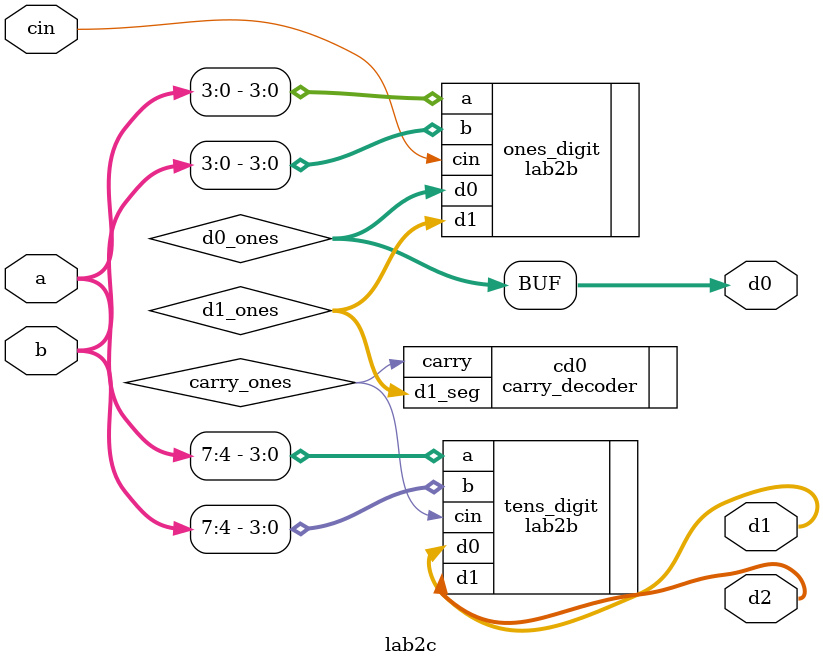
<source format=v>
module lab2c (cin, a, b, d2, d1, d0);
    input cin;
    input [7:0] a, b;          
    output [6:0] d2, d1, d0;   
    
	 // wires
    wire [6:0] d1_ones, d0_ones;  // output from ones digit lab2b
    wire carry_ones;               // logic carry between ones → tens

    //Ones place adder
    lab2b ones_digit(
        .cin(cin),
        .a(a[3:0]),
        .b(b[3:0]),
        .d1(d1_ones),
        .d0(d0_ones)
    );

    // Decode carry from 7-seg pattern
    carry_decoder cd0(
        .d1_seg(d1_ones),
        .carry(carry_ones)
    );

    // Tens place adder
    lab2b tens_digit(
        .cin(carry_ones),
        .a(a[7:4]),
        .b(b[7:4]),
        .d1(d2),
        .d0(d1)
    );

    // Connect ones place display
    assign d0 = d0_ones;

endmodule

</source>
